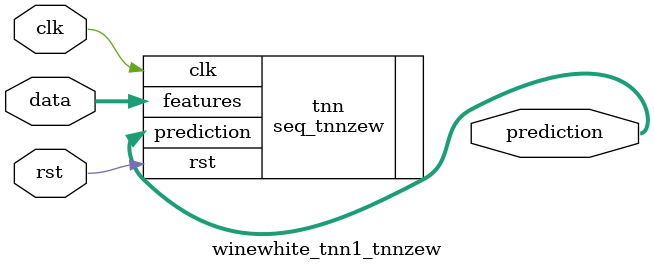
<source format=v>













module winewhite_tnn1_tnnzew #(

parameter FEAT_CNT = 11,
parameter HIDDEN_CNT = 40,
parameter FEAT_BITS = 4,
parameter CLASS_CNT = 7,
parameter TEST_CNT = 1000




  ) (
  input clk,
  input rst,
  input [FEAT_CNT*FEAT_BITS-1:0] data,
  output [$clog2(CLASS_CNT)-1:0] prediction
  );

  seq_tnnzew #(
      .FEAT_CNT(FEAT_CNT),.FEAT_BITS(FEAT_BITS),.HIDDEN_CNT(HIDDEN_CNT),.CLASS_CNT(CLASS_CNT),
  .SPARSE_VALS(440'b10001100000000000001100000100001001000000010011010001110000011100000010100010000100111101001010000001010111000100001000010000000000001001011000000000000001000000100000001000111101111101101010000011100110000011100001000110000100001000011001110000001000011101111111000001000000010000011100010001010000010100110001010101100000110100010011010000000010001100000000001100011011110000010000001100010100000000100001111000001001101101110000010010000),
  .MASK(440'b10111110001100000001100100111101001011100110011110111110000111111000010100010000100111101001010001101010111010111101011111000000000001001011100100000011001001001101010011101111101111101101010110111111110001011100111100110100111111010111001110001101100111101111111000111001000110110111101010011010011010100110111011101100001110100010111011001011011001111001111001101011011110000110011001100011101100011110011111111101001101101110001110010011),
  .NONZERO_CNT(320'h07030606090603050506090105030508080807070707060904080506080407070707040706080706),
  .WIDTHS(320'h06050506070606070606070506060606080706060607070807060606060606060707060607070807),
  .SPARSE_VALS2(79'b0100000010110010011000100000110000101111111100111011000110111010101011011001010),  // Bits of not-zeroes
  .COL_INDICES(632'h2625232221201e1b1817141211100d0c0605040201211f17100d0b211c1615100c0825211f1817100f0125242119181412092625221f1e1c1817161413100b0a07261c171412100f0b0a0907060401), // Column of non-zeros
  .ROW_PTRS(64'h4f3a342d251d0e00) // Column of non-zeros // Start indices per row
      ) tnn (
    .clk(clk),
    .rst(rst),
    .features(data),
    .prediction(prediction)
  );

endmodule

</source>
